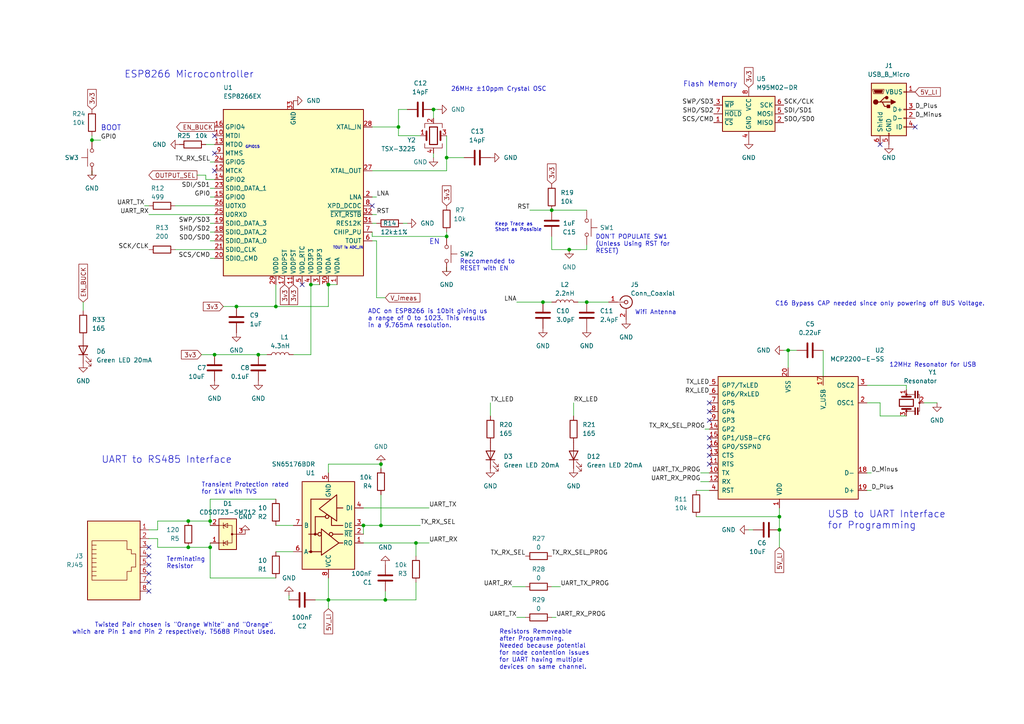
<source format=kicad_sch>
(kicad_sch (version 20230121) (generator eeschema)
  (paper "A4")
  (title_block (title "Local Interface Communication Circuit"))
  (lib_symbols
    (symbol "Connector:Conn_Coaxial" (pin_names (offset 1.016) hide)
      (property "Reference" "J" (at 0.254 3.048 0))
      (property "Value" "Conn_Coaxial" (at 2.921 0 90))
      (symbol "Conn_Coaxial_0_1"
        (arc (start -1.778 -0.508) (mid 0.2311 -1.8066) (end 1.778 0) (stroke (width 0.254)))
        (polyline (pts (xy -2.54 0) (xy -0.508 0)))
        (polyline (pts (xy 0 -2.54) (xy 0 -1.778)))
        (circle (center 0 0) (radius 0.508) (stroke (width 0.2032)))
        (arc (start 1.778 0) (mid 0.2099 1.8101) (end -1.778 0.508) (stroke (width 0.254)))
      )
      (symbol "Conn_Coaxial_1_1"
        (pin passive line (at -5.08 0 0) (length 2.54) (name "In") (number "1"))
        (pin passive line (at 0 -5.08 90) (length 2.54) (name "Ext") (number "2"))
      )
    )
    (symbol "Connector:RJ45" (pin_names (offset 1.016))
      (property "Reference" "J" (at -5.08 13.97 0))
      (property "Value" "RJ45" (at 2.54 13.97 0))
      (symbol "RJ45_0_1"
        (polyline (pts (xy -5.08 4.445) (xy -6.35 4.445)))
        (polyline (pts (xy -5.08 5.715) (xy -6.35 5.715)))
        (polyline (pts (xy -6.35 -3.175) (xy -5.08 -3.175) (xy -5.08 -3.175)))
        (polyline (pts (xy -6.35 -1.905) (xy -5.08 -1.905) (xy -5.08 -1.905)))
        (polyline (pts (xy -6.35 -0.635) (xy -5.08 -0.635) (xy -5.08 -0.635)))
        (polyline (pts (xy -6.35 0.635) (xy -5.08 0.635) (xy -5.08 0.635)))
        (polyline (pts (xy -6.35 1.905) (xy -5.08 1.905) (xy -5.08 1.905)))
        (polyline (pts (xy -5.08 3.175) (xy -6.35 3.175) (xy -6.35 3.175)))
        (polyline (pts (xy -6.35 -4.445) (xy -6.35 6.985) (xy 3.81 6.985) (xy 3.81 4.445) (xy 5.08 4.445) (xy 5.08 3.175) (xy 6.35 3.175) (xy 6.35 -0.635) (xy 5.08 -0.635) (xy 5.08 -1.905) (xy 3.81 -1.905) (xy 3.81 -4.445) (xy -6.35 -4.445) (xy -6.35 -4.445)))
        (rectangle (start 7.62 12.7) (end -7.62 -10.16) (stroke (width 0.254)) (fill (type background)))
      )
      (symbol "RJ45_1_1"
        (pin passive line (at 10.16 -7.62 180) (length 2.54) (name "~") (number "1"))
        (pin passive line (at 10.16 -5.08 180) (length 2.54) (name "~") (number "2"))
        (pin passive line (at 10.16 -2.54 180) (length 2.54) (name "~") (number "3"))
        (pin passive line (at 10.16 0 180) (length 2.54) (name "~") (number "4"))
        (pin passive line (at 10.16 2.54 180) (length 2.54) (name "~") (number "5"))
        (pin passive line (at 10.16 5.08 180) (length 2.54) (name "~") (number "6"))
        (pin passive line (at 10.16 7.62 180) (length 2.54) (name "~") (number "7"))
        (pin passive line (at 10.16 10.16 180) (length 2.54) (name "~") (number "8"))
      )
    )
    (symbol "Connector:USB_B_Micro" (pin_names (offset 1.016))
      (property "Reference" "J" (at -5.08 11.43 0))
      (property "Value" "USB_B_Micro" (at -5.08 8.89 0))
      (symbol "USB_B_Micro_0_1"
        (rectangle (start -5.08 -7.62) (end 5.08 7.62) (stroke (width 0.254)) (fill (type background)))
        (circle (center -3.81 2.159) (radius 0.635) (stroke (width 0.254)) (fill (type outline)))
        (circle (center -0.635 3.429) (radius 0.381) (stroke (width 0.254)) (fill (type outline)))
        (rectangle (start -0.127 -7.62) (end 0.127 -6.858))
        (polyline (pts (xy -1.905 2.159) (xy 0.635 2.159)) (stroke (width 0.254)))
        (polyline (pts (xy -3.175 2.159) (xy -2.54 2.159) (xy -1.27 3.429) (xy -0.635 3.429)) (stroke (width 0.254)))
        (polyline (pts (xy -2.54 2.159) (xy -1.905 2.159) (xy -1.27 0.889) (xy 0 0.889)) (stroke (width 0.254)))
        (polyline (pts (xy 0.635 2.794) (xy 0.635 1.524) (xy 1.905 2.159) (xy 0.635 2.794)) (stroke (width 0.254)) (fill (type outline)))
        (polyline (pts (xy -4.318 5.588) (xy -1.778 5.588) (xy -2.032 4.826) (xy -4.064 4.826) (xy -4.318 5.588)) (fill (type outline)))
        (polyline (pts (xy -4.699 5.842) (xy -4.699 5.588) (xy -4.445 4.826) (xy -4.445 4.572) (xy -1.651 4.572) (xy -1.651 4.826) (xy -1.397 5.588) (xy -1.397 5.842) (xy -4.699 5.842)))
        (rectangle (start 0.254 1.27) (end -0.508 0.508) (stroke (width 0.254)) (fill (type outline)))
        (rectangle (start 5.08 -5.207) (end 4.318 -4.953))
        (rectangle (start 5.08 -2.667) (end 4.318 -2.413))
        (rectangle (start 5.08 -0.127) (end 4.318 0.127))
        (rectangle (start 5.08 4.953) (end 4.318 5.207))
      )
      (symbol "USB_B_Micro_1_1"
        (pin power_out line (at 7.62 5.08 180) (length 2.54) (name "VBUS") (number "1"))
        (pin bidirectional line (at 7.62 -2.54 180) (length 2.54) (name "D-") (number "2"))
        (pin bidirectional line (at 7.62 0 180) (length 2.54) (name "D+") (number "3"))
        (pin passive line (at 7.62 -5.08 180) (length 2.54) (name "ID") (number "4"))
        (pin power_out line (at 0 -10.16 90) (length 2.54) (name "GND") (number "5"))
        (pin passive line (at -2.54 -10.16 90) (length 2.54) (name "Shield") (number "6"))
      )
    )
    (symbol "Device:C" (pin_numbers hide) (pin_names (offset 0.254))
      (property "Reference" "C" (at 0.635 2.54 0))
      (property "Value" "C" (at 0.635 -2.54 0))
      (symbol "C_0_1"
        (polyline (pts (xy -2.032 -0.762) (xy 2.032 -0.762)) (stroke (width 0.508)))
        (polyline (pts (xy -2.032 0.762) (xy 2.032 0.762)) (stroke (width 0.508)))
      )
      (symbol "C_1_1"
        (pin passive line (at 0 3.81 270) (length 2.794) (name "~") (number "1"))
        (pin passive line (at 0 -3.81 90) (length 2.794) (name "~") (number "2"))
      )
    )
    (symbol "Device:Crystal_GND24" (pin_names (offset 1.016) hide)
      (property "Reference" "Y" (at 3.175 5.08 0))
      (property "Value" "Crystal_GND24" (at 3.175 3.175 0))
      (symbol "Crystal_GND24_0_1"
        (rectangle (start -1.143 2.54) (end 1.143 -2.54) (stroke (width 0.3048)))
        (polyline (pts (xy -2.54 0) (xy -2.032 0)))
        (polyline (pts (xy -2.032 -1.27) (xy -2.032 1.27)) (stroke (width 0.508)))
        (polyline (pts (xy 0 -3.81) (xy 0 -3.556)))
        (polyline (pts (xy 0 3.556) (xy 0 3.81)))
        (polyline (pts (xy 2.032 -1.27) (xy 2.032 1.27)) (stroke (width 0.508)))
        (polyline (pts (xy 2.032 0) (xy 2.54 0)))
        (polyline (pts (xy -2.54 -2.286) (xy -2.54 -3.556) (xy 2.54 -3.556) (xy 2.54 -2.286)))
        (polyline (pts (xy -2.54 2.286) (xy -2.54 3.556) (xy 2.54 3.556) (xy 2.54 2.286)))
      )
      (symbol "Crystal_GND24_1_1"
        (pin passive line (at -3.81 0 0) (length 1.27) (name "1") (number "1"))
        (pin passive line (at 0 5.08 270) (length 1.27) (name "2") (number "2"))
        (pin passive line (at 3.81 0 180) (length 1.27) (name "3") (number "3"))
        (pin passive line (at 0 -5.08 90) (length 1.27) (name "4") (number "4"))
      )
    )
    (symbol "Device:L" (pin_numbers hide) (pin_names (offset 1.016) hide)
      (property "Reference" "L" (at -1.27 0 90))
      (property "Value" "L" (at 1.905 0 90))
      (symbol "L_0_1"
        (arc (start 0 -2.54) (mid 0.6323 -1.905) (end 0 -1.27))
        (arc (start 0 -1.27) (mid 0.6323 -0.635) (end 0 0))
        (arc (start 0 0) (mid 0.6323 0.635) (end 0 1.27))
        (arc (start 0 1.27) (mid 0.6323 1.905) (end 0 2.54))
      )
      (symbol "L_1_1"
        (pin passive line (at 0 3.81 270) (length 1.27) (name "1") (number "1"))
        (pin passive line (at 0 -3.81 90) (length 1.27) (name "2") (number "2"))
      )
    )
    (symbol "Device:LED" (pin_numbers hide) (pin_names (offset 1.016) hide)
      (property "Reference" "D" (at 0 2.54 0))
      (property "Value" "LED" (at 0 -2.54 0))
      (symbol "LED_0_1"
        (polyline (pts (xy -1.27 -1.27) (xy -1.27 1.27)) (stroke (width 0.254)))
        (polyline (pts (xy -1.27 0) (xy 1.27 0)))
        (polyline (pts (xy 1.27 -1.27) (xy 1.27 1.27) (xy -1.27 0) (xy 1.27 -1.27)) (stroke (width 0.254)))
        (polyline (pts (xy -3.048 -0.762) (xy -4.572 -2.286) (xy -3.81 -2.286) (xy -4.572 -2.286) (xy -4.572 -1.524)))
        (polyline (pts (xy -1.778 -0.762) (xy -3.302 -2.286) (xy -2.54 -2.286) (xy -3.302 -2.286) (xy -3.302 -1.524)))
      )
      (symbol "LED_1_1"
        (pin passive line (at -3.81 0 0) (length 2.54) (name "K") (number "1"))
        (pin passive line (at 3.81 0 180) (length 2.54) (name "A") (number "2"))
      )
    )
    (symbol "Device:R" (pin_numbers hide) (pin_names (offset 0))
      (property "Reference" "R" (at 2.032 0 90))
      (property "Value" "R" (at 0 0 90))
      (symbol "R_0_1"
        (rectangle (start -1.016 -2.54) (end 1.016 2.54) (stroke (width 0.254)))
      )
      (symbol "R_1_1"
        (pin passive line (at 0 3.81 270) (length 1.27) (name "~") (number "1"))
        (pin passive line (at 0 -3.81 90) (length 1.27) (name "~") (number "2"))
      )
    )
    (symbol "Device:Resonator" (pin_names (offset 1.016) hide)
      (property "Reference" "Y" (at 0 5.715 0))
      (property "Value" "Resonator" (at 0 3.81 0))
      (symbol "Resonator_0_1"
        (rectangle (start -3.429 -3.175) (end -1.397 -3.429) (fill (type outline)))
        (rectangle (start -3.429 -2.413) (end -1.397 -2.667) (fill (type outline)))
        (circle (center -2.413 0) (radius 0.254) (fill (type outline)))
        (rectangle (start -1.016 2.032) (end 1.016 -2.032) (stroke (width 0.3048)))
        (circle (center 0 -3.81) (radius 0.254) (fill (type outline)))
        (polyline (pts (xy -2.413 -2.413) (xy -2.413 0)))
        (polyline (pts (xy -1.905 0) (xy -3.175 0)))
        (polyline (pts (xy -1.778 -1.27) (xy -1.778 1.27)) (stroke (width 0.508)))
        (polyline (pts (xy 1.778 -1.27) (xy 1.778 1.27)) (stroke (width 0.508)))
        (polyline (pts (xy 1.905 0) (xy 2.54 0)))
        (polyline (pts (xy 2.413 0) (xy 2.413 -2.54)))
        (polyline (pts (xy 2.413 -3.302) (xy 2.413 -3.81) (xy -2.413 -3.81) (xy -2.413 -3.302)))
        (rectangle (start 1.397 -3.175) (end 3.429 -3.429) (fill (type outline)))
        (rectangle (start 1.397 -2.413) (end 3.429 -2.667) (fill (type outline)))
        (circle (center 2.413 0) (radius 0.254) (fill (type outline)))
      )
      (symbol "Resonator_1_1"
        (pin passive line (at -3.81 0 0) (length 1.27) (name "1") (number "1"))
        (pin passive line (at 0 -5.08 90) (length 1.27) (name "2") (number "2"))
        (pin passive line (at 3.81 0 180) (length 1.27) (name "3") (number "3"))
      )
    )
    (symbol "Interface_UART:LT1785AxN8"
      (property "Reference" "U1" (at 2.1941 17.78 0))
      (property "Value" "LT1785AxN8" (at 2.1941 15.24 0))
      (symbol "LT1785AxN8_0_1"
        (rectangle (start -7.62 12.7) (end 7.62 -12.7) (stroke (width 0.254)) (fill (type background)))
      )
      (symbol "LT1785AxN8_1_1"
        (circle (center -0.762 2.54) (radius 0.508) (stroke (width 0.254)))
        (polyline (pts (xy -4.191 2.54) (xy -1.27 2.54)) (stroke (width 0.254)))
        (polyline (pts (xy -2.54 -5.08) (xy -4.191 -5.08)) (stroke (width 0.254)))
        (polyline (pts (xy -0.635 -7.62) (xy 5.08 -7.62)) (stroke (width 0.254)))
        (polyline (pts (xy 0.889 -2.54) (xy 3.81 -2.54)) (stroke (width 0.254)))
        (polyline (pts (xy 2.032 7.62) (xy 5.715 7.62)) (stroke (width 0.254)))
        (polyline (pts (xy 3.048 2.54) (xy 5.715 2.54)) (stroke (width 0.254)))
        (polyline (pts (xy 3.81 -2.54) (xy 3.81 2.54)) (stroke (width 0.254)))
        (polyline (pts (xy 5.08 -7.62) (xy 5.08 7.62)) (stroke (width 0.254)))
        (polyline (pts (xy -4.191 0) (xy -0.889 0) (xy -0.889 -2.286)) (stroke (width 0.254)))
        (polyline (pts (xy -3.175 5.08) (xy -4.191 5.08) (xy -4.064 5.08)) (stroke (width 0.254)))
        (polyline (pts (xy -2.413 -5.08) (xy -2.413 -1.27) (xy 2.667 -4.826) (xy -2.413 -8.89) (xy -2.413 -5.08)) (stroke (width 0.254)))
        (polyline (pts (xy 2.032 4.826) (xy 2.032 8.636) (xy -3.048 5.08) (xy 2.032 1.016) (xy 2.032 4.826)) (stroke (width 0.254)))
        (circle (center 0.381 -2.54) (radius 0.508) (stroke (width 0.254)))
        (circle (center 2.54 2.54) (radius 0.508) (stroke (width 0.254)))
        (circle (center 3.81 2.54) (radius 0.2794) (stroke (width 0.254)) (fill (type outline)))
        (circle (center 5.08 7.62) (radius 0.2794) (stroke (width 0.254)) (fill (type outline)))
        (pin output line (at -10.16 5.08 0) (length 2.54) (name "RO") (number "1"))
        (pin input line (at -10.16 2.54 0) (length 2.54) (name "~{RE}") (number "2"))
        (pin input line (at -10.16 0 0) (length 2.54) (name "DE") (number "3"))
        (pin input line (at -10.16 -5.08 0) (length 2.54) (name "DI") (number "4"))
        (pin power_in line (at 0 -15.24 90) (length 2.54) (name "GND") (number "5"))
        (pin bidirectional line (at 10.16 7.62 180) (length 2.54) (name "A") (number "6"))
        (pin bidirectional line (at 10.16 0 180) (length 2.54) (name "B") (number "7"))
        (pin power_in line (at 0 15.24 270) (length 2.54) (name "VCC") (number "8"))
      )
    )
    (symbol "Interface_USB:MCP2200-E-SS" (pin_names (offset 1.016))
      (property "Reference" "U2" (at 20.32 -24.13 0))
      (property "Value" "MCP2200-E-SS" (at 20.32 -21.59 0))
      (symbol "MCP2200-E-SS_0_1"
        (rectangle (start -20.32 17.78) (end 20.32 -17.78) (stroke (width 0.254)) (fill (type background)))
      )
      (symbol "MCP2200-E-SS_1_1"
        (pin power_in line (at -2.54 20.32 270) (length 2.54) (name "VDD") (number "1"))
        (pin output line (at -22.86 10.16 0) (length 2.54) (name "TX") (number "10"))
        (pin output line (at -22.86 7.62 0) (length 2.54) (name "RTS") (number "11"))
        (pin input line (at -22.86 12.7 0) (length 2.54) (name "RX") (number "12"))
        (pin input line (at -22.86 5.08 0) (length 2.54) (name "CTS") (number "13"))
        (pin bidirectional line (at -22.86 -2.54 0) (length 2.54) (name "GP2") (number "14"))
        (pin bidirectional line (at -22.86 0 0) (length 2.54) (name "GP1/USB-CFG") (number "15"))
        (pin bidirectional line (at -22.86 2.54 0) (length 2.54) (name "GP0/SSPND") (number "16"))
        (pin power_in line (at 10.16 -17.78 90) (length 2.54) (name "V_USB") (number "17"))
        (pin bidirectional line (at 22.86 10.16 180) (length 2.54) (name "D-") (number "18"))
        (pin bidirectional line (at 22.86 15.24 180) (length 2.54) (name "D+") (number "19"))
        (pin input line (at 22.86 -10.16 180) (length 2.54) (name "OSC1") (number "2"))
        (pin power_in line (at 0 -20.32 90) (length 2.54) (name "VSS") (number "20"))
        (pin output line (at 22.86 -15.24 180) (length 2.54) (name "OSC2") (number "3"))
        (pin input line (at -22.86 15.24 0) (length 2.54) (name "RST") (number "4"))
        (pin bidirectional line (at -22.86 -15.24 0) (length 2.54) (name "GP7/TxLED") (number "5"))
        (pin bidirectional line (at -22.86 -12.7 0) (length 2.54) (name "GP6/RxLED") (number "6"))
        (pin bidirectional line (at -22.86 -10.16 0) (length 2.54) (name "GP5") (number "7"))
        (pin bidirectional line (at -22.86 -7.62 0) (length 2.54) (name "GP4") (number "8"))
        (pin bidirectional line (at -22.86 -5.08 0) (length 2.54) (name "GP3") (number "9"))
      )
    )
    (symbol "MCU_Espressif:ESP8266EX"
      (property "Reference" "U" (at 0 2.54 0))
      (property "Value" "ESP8266EX" (at 0 -2.54 0))
      (symbol "ESP8266EX_0_1"
        (rectangle (start -20.32 22.86) (end 20.32 -25.4) (stroke (width 0.254)) (fill (type background)))
      )
      (symbol "ESP8266EX_1_1"
        (pin power_in line (at -12.7 25.4 270) (length 2.54) (name "VDDA") (number "1"))
        (pin bidirectional line (at 22.86 -17.78 180) (length 2.54) (name "MTDI") (number "10"))
        (pin power_in line (at 0 25.4 270) (length 2.54) (name "VDDPST") (number "11"))
        (pin bidirectional line (at 22.86 -7.62 180) (length 2.54) (name "MTCK") (number "12"))
        (pin bidirectional line (at 22.86 -15.24 180) (length 2.54) (name "MTDO") (number "13"))
        (pin bidirectional line (at 22.86 -5.08 180) (length 2.54) (name "GPIO2") (number "14"))
        (pin bidirectional line (at 22.86 0 180) (length 2.54) (name "GPIO0") (number "15"))
        (pin bidirectional line (at 22.86 -20.32 180) (length 2.54) (name "GPIO4") (number "16"))
        (pin power_in line (at 2.54 25.4 270) (length 2.54) (name "VDDPST") (number "17"))
        (pin bidirectional line (at 22.86 10.16 180) (length 2.54) (name "SDIO_DATA_2") (number "18"))
        (pin bidirectional line (at 22.86 7.62 180) (length 2.54) (name "SDIO_DATA_3") (number "19"))
        (pin bidirectional line (at -22.86 0 0) (length 2.54) (name "LNA") (number "2"))
        (pin bidirectional line (at 22.86 17.78 180) (length 2.54) (name "SDIO_CMD") (number "20"))
        (pin bidirectional line (at 22.86 15.24 180) (length 2.54) (name "SDIO_CLK") (number "21"))
        (pin bidirectional line (at 22.86 12.7 180) (length 2.54) (name "SDIO_DATA_0") (number "22"))
        (pin bidirectional line (at 22.86 -2.54 180) (length 2.54) (name "SDIO_DATA_1") (number "23"))
        (pin bidirectional line (at 22.86 -10.16 180) (length 2.54) (name "GPIO5") (number "24"))
        (pin bidirectional line (at 22.86 5.08 180) (length 2.54) (name "U0RXD") (number "25"))
        (pin bidirectional line (at 22.86 2.54 180) (length 2.54) (name "U0TXD") (number "26"))
        (pin bidirectional line (at -22.86 -7.62 0) (length 2.54) (name "XTAL_OUT") (number "27"))
        (pin bidirectional line (at -22.86 -20.32 0) (length 2.54) (name "XTAL_IN") (number "28"))
        (pin power_in line (at 5.08 25.4 270) (length 2.54) (name "VDDD") (number "29"))
        (pin power_in line (at -7.62 25.4 270) (length 2.54) (name "VDD3P3") (number "3"))
        (pin power_in line (at -10.16 25.4 270) (length 2.54) (name "VDDA") (number "30"))
        (pin input line (at -22.86 7.62 0) (length 2.54) (name "RES12K") (number "31"))
        (pin input line (at -22.86 5.08 0) (length 2.54) (name "~{EXT_RSTB}") (number "32"))
        (pin power_in line (at 0 -27.94 90) (length 2.54) (name "GND") (number "33"))
        (pin power_in line (at -5.08 25.4 270) (length 2.54) (name "VDD3P3") (number "4"))
        (pin power_in line (at -2.54 25.4 270) (length 2.54) (name "VDD_RTC") (number "5"))
        (pin input line (at -22.86 12.7 0) (length 2.54) (name "TOUT") (number "6"))
        (pin input line (at -22.86 10.16 0) (length 2.54) (name "CHIP_PU") (number "7"))
        (pin bidirectional line (at -22.86 2.54 0) (length 2.54) (name "XPD_DCDC") (number "8"))
        (pin bidirectional line (at 22.86 -12.7 180) (length 2.54) (name "MTMS") (number "9"))
      )
    )
    (symbol "Memory_EEPROM:CAT250xxx-HU4"
      (property "Reference" "U" (at -7.62 6.35 0))
      (property "Value" "CAT250xxx-HU4" (at 2.54 -6.35 0))
      (symbol "CAT250xxx-HU4_1_1"
        (rectangle (start -7.62 5.08) (end 7.62 -5.08) (stroke (width 0.254)) (fill (type background)))
        (pin input line (at -10.16 -2.54 0) (length 2.54) (name "~{CS}") (number "1"))
        (pin tri_state line (at 10.16 -2.54 180) (length 2.54) (name "MISO") (number "2"))
        (pin input line (at -10.16 2.54 0) (length 2.54) (name "~{WP}") (number "3"))
        (pin power_in line (at 0 -7.62 90) (length 2.54) (name "GND") (number "4"))
        (pin input line (at 10.16 0 180) (length 2.54) (name "MOSI") (number "5"))
        (pin input line (at 10.16 2.54 180) (length 2.54) (name "SCK") (number "6"))
        (pin input line (at -10.16 0 0) (length 2.54) (name "~{HOLD}") (number "7"))
        (pin power_in line (at 0 7.62 270) (length 2.54) (name "VCC") (number "8"))
        (pin passive line (at 0 -7.62 90) (length 2.54) hide (name "GND") (number "9"))
      )
    )
    (symbol "Power_Protection:SP0502BAHT" (pin_names hide)
      (property "Reference" "D" (at 5.715 2.54 0))
      (property "Value" "SP0502BAHT" (at 5.715 0.635 0))
      (symbol "SP0502BAHT_0_0"
        (pin passive line (at 0 -5.08 90) (length 2.54) (name "A") (number "3"))
      )
      (symbol "SP0502BAHT_0_1"
        (rectangle (start -4.445 2.54) (end 4.445 -2.54) (stroke (width 0.254)) (fill (type background)))
        (circle (center 0 -1.27) (radius 0.254) (fill (type outline)))
        (polyline (pts (xy -2.54 2.54) (xy -2.54 1.27)))
        (polyline (pts (xy 0 -1.27) (xy 0 -2.54)))
        (polyline (pts (xy 2.54 2.54) (xy 2.54 1.27)))
        (polyline (pts (xy -3.302 1.016) (xy -3.302 1.27) (xy -1.905 1.27) (xy -1.778 1.27)))
        (polyline (pts (xy -2.54 1.27) (xy -2.54 -1.27) (xy 2.54 -1.27) (xy 2.54 1.27)))
        (polyline (pts (xy -2.54 1.27) (xy -1.905 0) (xy -3.175 0) (xy -2.54 1.27)))
        (polyline (pts (xy 1.778 1.016) (xy 1.778 1.27) (xy 3.175 1.27) (xy 3.302 1.27)))
        (polyline (pts (xy 2.54 1.27) (xy 1.905 0) (xy 3.175 0) (xy 2.54 1.27)))
      )
      (symbol "SP0502BAHT_1_1"
        (pin passive line (at -2.54 5.08 270) (length 2.54) (name "K") (number "1"))
        (pin passive line (at 2.54 5.08 270) (length 2.54) (name "K") (number "2"))
      )
    )
    (symbol "Switch:SW_Push" (pin_numbers hide) (pin_names (offset 1.016) hide)
      (property "Reference" "SW" (at 1.27 2.54 0))
      (property "Value" "SW_Push" (at 0 -1.524 0))
      (symbol "SW_Push_0_1"
        (circle (center -2.032 0) (radius 0.508))
        (polyline (pts (xy 0 1.27) (xy 0 3.048)))
        (polyline (pts (xy 2.54 1.27) (xy -2.54 1.27)))
        (circle (center 2.032 0) (radius 0.508))
        (pin passive line (at -5.08 0 0) (length 2.54) (name "1") (number "1"))
        (pin passive line (at 5.08 0 180) (length 2.54) (name "2") (number "2"))
      )
    )
    (symbol "power:GND" (power) (pin_names (offset 0))
      (property "Value" "GND" (at 0 -3.81 0))
      (symbol "GND_0_1"
        (polyline (pts (xy 0 0) (xy 0 -1.27) (xy 1.27 -1.27) (xy 0 -2.54) (xy -1.27 -1.27) (xy 0 -1.27)))
      )
      (symbol "GND_1_1"
        (pin power_in line (at 0 0 270) (length 0) hide (name "GND") (number "1"))
      )
    )
  )
  (junction (at 170.18 87.63))
  (junction (at 54.61 158.75))
  (junction (at 95.25 82.55))
  (junction (at 165.1 72.39))
  (junction (at 111.76 173.99))
  (junction (at 26.67 40.64))
  (junction (at 226.06 149.86))
  (junction (at 60.96 151.13))
  (junction (at 226.06 153.67))
  (junction (at 129.54 68.58))
  (junction (at 110.49 152.4))
  (junction (at 60.96 158.75))
  (junction (at 160.02 60.96))
  (junction (at 120.65 157.48))
  (junction (at 110.49 134.62))
  (junction (at 105.41 152.4))
  (junction (at 95.25 173.99))
  (junction (at 68.58 88.9))
  (junction (at 62.23 102.87))
  (junction (at 157.48 87.63))
  (junction (at 54.61 151.13))
  (junction (at 90.17 82.55))
  (junction (at 129.54 45.72))
  (junction (at 74.93 102.87))
  (junction (at 228.6 101.6))
  (junction (at 80.01 88.9))
  (junction (at 125.73 31.75))
  (junction (at 115.57 36.83))
  (no_connect (at 43.18 161.29))
  (no_connect (at 62.23 49.53))
  (no_connect (at 43.18 166.37))
  (no_connect (at 205.74 134.62))
  (no_connect (at 87.63 82.55))
  (no_connect (at 107.95 59.69))
  (no_connect (at 43.18 168.91))
  (no_connect (at 43.18 158.75))
  (no_connect (at 62.23 44.45))
  (no_connect (at 265.43 36.83))
  (no_connect (at 205.74 116.84))
  (no_connect (at 205.74 119.38))
  (no_connect (at 43.18 171.45))
  (no_connect (at 205.74 121.92))
  (no_connect (at 43.18 163.83))
  (no_connect (at 205.74 129.54))
  (no_connect (at 205.74 132.08))
  (no_connect (at 255.27 41.91))
  (no_connect (at 62.23 39.37))
  (no_connect (at 205.74 127))
  (wire (pts (xy 149.86 87.63) (xy 157.48 87.63)))
  (wire (pts (xy 26.67 40.64) (xy 29.21 40.64)))
  (wire (pts (xy 161.29 179.07) (xy 160.02 179.07)))
  (wire (pts (xy 167.64 87.63) (xy 170.18 87.63)))
  (wire (pts (xy 80.01 167.64) (xy 60.96 167.64)))
  (wire (pts (xy 166.37 116.84) (xy 166.37 120.65)))
  (wire (pts (xy 118.11 64.77) (xy 116.84 64.77)))
  (wire (pts (xy 41.91 59.69) (xy 43.18 59.69)))
  (wire (pts (xy 45.72 158.75) (xy 45.72 156.21)))
  (wire (pts (xy 124.46 147.32) (xy 105.41 147.32)))
  (wire (pts (xy 228.6 101.6) (xy 228.6 106.68)))
  (wire (pts (xy 255.27 120.65) (xy 255.27 116.84)))
  (wire (pts (xy 64.77 88.9) (xy 68.58 88.9)))
  (wire (pts (xy 60.96 67.31) (xy 62.23 67.31)))
  (wire (pts (xy 252.73 137.16) (xy 251.46 137.16)))
  (wire (pts (xy 124.46 157.48) (xy 120.65 157.48)))
  (wire (pts (xy 85.09 160.02) (xy 80.01 160.02)))
  (wire (pts (xy 205.74 142.24) (xy 201.93 142.24)))
  (wire (pts (xy 90.17 82.55) (xy 92.71 82.55)))
  (wire (pts (xy 170.18 71.12) (xy 170.18 72.39)))
  (wire (pts (xy 59.69 50.8) (xy 59.69 52.07)))
  (wire (pts (xy 60.96 64.77) (xy 62.23 64.77)))
  (wire (pts (xy 120.65 161.29) (xy 120.65 157.48)))
  (wire (pts (xy 109.22 64.77) (xy 107.95 64.77)))
  (wire (pts (xy 107.95 69.85) (xy 109.22 69.85)))
  (wire (pts (xy 149.86 179.07) (xy 152.4 179.07)))
  (wire (pts (xy 110.49 135.89) (xy 110.49 134.62)))
  (wire (pts (xy 129.54 45.72) (xy 134.62 45.72)))
  (wire (pts (xy 59.69 41.91) (xy 62.23 41.91)))
  (wire (pts (xy 85.09 152.4) (xy 80.01 152.4)))
  (wire (pts (xy 26.67 50.8) (xy 26.67 49.53)))
  (wire (pts (xy 127 31.75) (xy 125.73 31.75)))
  (wire (pts (xy 90.17 82.55) (xy 90.17 102.87)))
  (wire (pts (xy 142.24 116.84) (xy 142.24 120.65)))
  (wire (pts (xy 228.6 101.6) (xy 227.33 101.6)))
  (wire (pts (xy 97.79 82.55) (xy 95.25 82.55)))
  (wire (pts (xy 68.58 88.9) (xy 80.01 88.9)))
  (wire (pts (xy 74.93 102.87) (xy 62.23 102.87)))
  (wire (pts (xy 252.73 142.24) (xy 251.46 142.24)))
  (wire (pts (xy 105.41 154.94) (xy 105.41 152.4)))
  (wire (pts (xy 60.96 144.78) (xy 60.96 151.13)))
  (wire (pts (xy 262.89 111.76) (xy 251.46 111.76)))
  (wire (pts (xy 162.56 170.18) (xy 160.02 170.18)))
  (wire (pts (xy 125.73 44.45) (xy 125.73 45.72)))
  (wire (pts (xy 125.73 31.75) (xy 125.73 34.29)))
  (wire (pts (xy 95.25 173.99) (xy 91.44 173.99)))
  (wire (pts (xy 54.61 158.75) (xy 45.72 158.75)))
  (wire (pts (xy 83.82 173.99) (xy 83.82 172.72)))
  (wire (pts (xy 226.06 149.86) (xy 226.06 153.67)))
  (wire (pts (xy 160.02 72.39) (xy 160.02 68.58)))
  (wire (pts (xy 109.22 86.36) (xy 111.76 86.36)))
  (wire (pts (xy 121.92 152.4) (xy 110.49 152.4)))
  (wire (pts (xy 109.22 62.23) (xy 107.95 62.23)))
  (wire (pts (xy 204.47 124.46) (xy 205.74 124.46)))
  (wire (pts (xy 57.15 50.8) (xy 59.69 50.8)))
  (wire (pts (xy 111.76 173.99) (xy 111.76 171.45)))
  (wire (pts (xy 129.54 49.53) (xy 107.95 49.53)))
  (wire (pts (xy 110.49 152.4) (xy 110.49 143.51)))
  (wire (pts (xy 45.72 153.67) (xy 45.72 151.13)))
  (wire (pts (xy 120.65 173.99) (xy 111.76 173.99)))
  (wire (pts (xy 226.06 158.75) (xy 226.06 153.67)))
  (wire (pts (xy 59.69 52.07) (xy 62.23 52.07)))
  (wire (pts (xy 26.67 39.37) (xy 26.67 40.64)))
  (wire (pts (xy 60.96 57.15) (xy 62.23 57.15)))
  (wire (pts (xy 148.59 170.18) (xy 152.4 170.18)))
  (wire (pts (xy 170.18 60.96) (xy 160.02 60.96)))
  (wire (pts (xy 170.18 87.63) (xy 176.53 87.63)))
  (wire (pts (xy 95.25 173.99) (xy 95.25 167.64)))
  (wire (pts (xy 109.22 57.15) (xy 107.95 57.15)))
  (wire (pts (xy 60.96 46.99) (xy 62.23 46.99)))
  (wire (pts (xy 58.42 102.87) (xy 62.23 102.87)))
  (wire (pts (xy 203.2 137.16) (xy 205.74 137.16)))
  (wire (pts (xy 95.25 134.62) (xy 110.49 134.62)))
  (wire (pts (xy 107.95 36.83) (xy 115.57 36.83)))
  (wire (pts (xy 255.27 116.84) (xy 251.46 116.84)))
  (wire (pts (xy 129.54 68.58) (xy 129.54 67.31)))
  (wire (pts (xy 77.47 102.87) (xy 74.93 102.87)))
  (wire (pts (xy 24.13 87.63) (xy 24.13 90.17)))
  (wire (pts (xy 129.54 45.72) (xy 129.54 49.53)))
  (wire (pts (xy 80.01 88.9) (xy 80.01 82.55)))
  (wire (pts (xy 115.57 39.37) (xy 121.92 39.37)))
  (wire (pts (xy 107.95 68.58) (xy 107.95 67.31)))
  (wire (pts (xy 160.02 87.63) (xy 157.48 87.63)))
  (wire (pts (xy 153.67 60.96) (xy 160.02 60.96)))
  (wire (pts (xy 262.89 120.65) (xy 255.27 120.65)))
  (wire (pts (xy 115.57 31.75) (xy 115.57 36.83)))
  (wire (pts (xy 107.95 68.58) (xy 129.54 68.58)))
  (wire (pts (xy 120.65 157.48) (xy 105.41 157.48)))
  (wire (pts (xy 238.76 101.6) (xy 238.76 109.22)))
  (wire (pts (xy 60.96 158.75) (xy 54.61 158.75)))
  (wire (pts (xy 54.61 151.13) (xy 45.72 151.13)))
  (wire (pts (xy 109.22 69.85) (xy 109.22 86.36)))
  (wire (pts (xy 105.41 152.4) (xy 110.49 152.4)))
  (wire (pts (xy 120.65 173.99) (xy 120.65 168.91)))
  (wire (pts (xy 226.06 147.32) (xy 226.06 149.86)))
  (wire (pts (xy 80.01 144.78) (xy 60.96 144.78)))
  (wire (pts (xy 80.01 88.9) (xy 95.25 88.9)))
  (wire (pts (xy 95.25 82.55) (xy 95.25 88.9)))
  (wire (pts (xy 115.57 36.83) (xy 115.57 39.37)))
  (wire (pts (xy 60.96 167.64) (xy 60.96 158.75)))
  (wire (pts (xy 129.54 78.74) (xy 129.54 77.47)))
  (wire (pts (xy 226.06 149.86) (xy 201.93 149.86)))
  (wire (pts (xy 111.76 173.99) (xy 95.25 173.99)))
  (wire (pts (xy 95.25 137.16) (xy 95.25 134.62)))
  (wire (pts (xy 60.96 151.13) (xy 54.61 151.13)))
  (wire (pts (xy 165.1 72.39) (xy 170.18 72.39)))
  (wire (pts (xy 45.72 153.67) (xy 43.18 153.67)))
  (wire (pts (xy 129.54 39.37) (xy 129.54 45.72)))
  (wire (pts (xy 95.25 176.53) (xy 95.25 173.99)))
  (wire (pts (xy 43.18 62.23) (xy 62.23 62.23)))
  (wire (pts (xy 60.96 74.93) (xy 62.23 74.93)))
  (wire (pts (xy 60.96 151.13) (xy 60.96 152.4)))
  (wire (pts (xy 50.8 72.39) (xy 62.23 72.39)))
  (wire (pts (xy 45.72 156.21) (xy 43.18 156.21)))
  (wire (pts (xy 90.17 102.87) (xy 85.09 102.87)))
  (wire (pts (xy 271.78 116.84) (xy 267.97 116.84)))
  (wire (pts (xy 231.14 101.6) (xy 228.6 101.6)))
  (wire (pts (xy 165.1 72.39) (xy 160.02 72.39)))
  (wire (pts (xy 118.11 31.75) (xy 115.57 31.75)))
  (wire (pts (xy 60.96 69.85) (xy 62.23 69.85)))
  (wire (pts (xy 60.96 54.61) (xy 62.23 54.61)))
  (wire (pts (xy 218.44 153.67) (xy 217.17 153.67)))
  (wire (pts (xy 60.96 158.75) (xy 60.96 157.48)))
  (wire (pts (xy 50.8 59.69) (xy 62.23 59.69)))
  (wire (pts (xy 203.2 139.7) (xy 205.74 139.7)))
  (wire (pts (xy 262.89 113.03) (xy 262.89 111.76)))
  (text "Transient Protection rated\nfor 1kV with TVS" (at 58.42 143.51 0) (effects (font (size 1.27 1.27)) (justify left bottom)))
  (text "TOUT is ADC_IN" (at 96.52 72.39 0) (effects (font (size 0.75 0.75)) (justify left bottom)))
  (text "26MHz ±10ppm Crystal OSC" (at 130.81 26.67 0) (effects (font (size 1.27 1.27)) (justify left bottom)))
  (text "USB to UART Interface\nfor Programming" (at 240.03 153.67 0) (effects (font (size 2 2)) (justify left bottom)))
  (text "EN" (at 124.46 71.12 0) (effects (font (size 1.5 1.5)) (justify left bottom)))
  (text "GPIO15" (at 71.12 43.18 0) (effects (font (size 0.75 0.75)) (justify left bottom)))
  (text "Keep Trace as \nShort as Possible" (at 143.51 67.31 0) (effects (font (size 1 1)) (justify left bottom)))
  (text "ADC on ESP8266 is 10bit giving us \na range of 0 to 1023. This results\nin a 9.765mA resolution. " (at 106.68 95.25 0) (effects (font (size 1.27 1.27)) (justify left bottom)))
  (text "UART to RS485 Interface" (at 67.31 134.62 0) (effects (font (size 2 2)) (justify right bottom)))
  (text "Reccomended to \nRESET with EN" (at 133.35 78.74 0) (effects (font (size 1.27 1.27)) (justify left bottom)))
  (text "C16 Bypass CAP needed since only powering off BUS Voltage." (at 224.79 88.9 0) (effects (font (size 1.27 1.27)) (justify left bottom)))
  (text "12MHz Resonator for USB" (at 283.21 106.68 0) (effects (font (size 1.27 1.27)) (justify right bottom)))
  (text "DON'T POPULATE SW1\n(Unless Using RST for\nRESET)" (at 172.72 73.66 0) (effects (font (size 1.27 1.27)) (justify left bottom)))
  (text "Terminating \nResistor" (at 48.26 165.1 0) (effects (font (size 1.27 1.27)) (justify left bottom)))
  (text "Twisted Pair chosen is \"Orange White\" and \"Orange\" \nwhich are Pin 1 and Pin 2 respectively. T568B Pinout Used." (at 80.01 184.15 0) (effects (font (size 1.27 1.27)) (justify right bottom)))
  (text "Resistors Removeable \nafter Programming.\nNeeded because potential\nfor node contention issues\nfor UART having multiple\ndevices on same channel. " (at 144.78 194.31 0) (effects (font (size 1.27 1.27)) (justify left bottom)))
  (text "ESP8266 Microcontroller" (at 73.66 22.86 0) (effects (font (size 2 2)) (justify right bottom)))
  (text "Flash Memory" (at 198.12 25.4 0) (effects (font (size 1.5 1.5)) (justify left bottom)))
  (text "Wifi Antenna" (at 184.15 91.44 0) (effects (font (size 1.27 1.27)) (justify left bottom)))
  (text "BOOT" (at 29.21 38.1 0) (effects (font (size 1.5 1.5)) (justify left bottom)))
  (label "UART_TX" (at 124.46 147.32 0))
  (label "SDI{slash}SD1" (at 227.33 33.02 0))
  (label "SHD{slash}SD2" (at 207.01 33.02 180))
  (label "GPI0" (at 60.96 57.15 180))
  (label "SDO{slash}SD0" (at 227.33 35.56 0))
  (label "SCS{slash}CMD" (at 60.96 74.93 180))
  (label "RX_LED" (at 166.37 116.84 0))
  (label "UART_RX_PROG" (at 203.2 139.7 180))
  (label "SCK{slash}CLK" (at 227.33 30.48 0))
  (label "TX_RX_SEL" (at 152.4 161.29 180))
  (label "TX_RX_SEL" (at 121.92 152.4 0))
  (label "RX_LED" (at 205.74 114.3 180))
  (label "SHD{slash}SD2" (at 60.96 67.31 180))
  (label "TX_LED" (at 142.24 116.84 0))
  (label "LNA" (at 149.86 87.63 180))
  (label "UART_RX_PROG" (at 161.29 179.07 0))
  (label "SDO{slash}SD0" (at 60.96 69.85 180))
  (label "TX_RX_SEL_PROG" (at 160.02 161.29 0))
  (label "D_Minus" (at 252.73 137.16 0))
  (label "UART_RX" (at 148.59 170.18 180))
  (label "UART_RX" (at 43.18 62.23 180))
  (label "RST" (at 153.67 60.96 180))
  (label "SCS{slash}CMD" (at 207.01 35.56 180))
  (label "UART_TX_PROG" (at 203.2 137.16 180))
  (label "TX_LED" (at 205.74 111.76 180))
  (label "D_Plus" (at 265.43 31.75 0))
  (label "SWP{slash}SD3" (at 60.96 64.77 180))
  (label "TX_RX_SEL_PROG" (at 204.47 124.46 180))
  (label "TX_RX_SEL" (at 60.96 46.99 180))
  (label "GPI0" (at 29.21 40.64 0))
  (label "UART_TX_PROG" (at 162.56 170.18 0))
  (label "SDI{slash}SD1" (at 60.96 54.61 180))
  (label "RST" (at 109.22 62.23 0))
  (label "D_Minus" (at 265.43 34.29 0))
  (label "UART_TX" (at 41.91 59.69 180))
  (label "LNA" (at 109.22 57.15 0))
  (label "UART_RX" (at 124.46 157.48 0))
  (label "SWP{slash}SD3" (at 207.01 30.48 180))
  (label "SCK{slash}CLK" (at 43.18 72.39 180))
  (label "UART_TX" (at 149.86 179.07 180))
  (label "D_Plus" (at 252.73 142.24 0))
  (global_label "3v3" (shape input) (at 85.09 82.55 270) (property "Intersheetrefs" "${INTERSHEET_REFS}" (effects hide)))
  (global_label "3v3" (shape input) (at 64.77 88.9 180) (property "Intersheetrefs" "${INTERSHEET_REFS}" (effects hide)))
  (global_label "5V_LI" (shape input) (at 226.06 158.75 270) (property "Intersheetrefs" "${INTERSHEET_REFS}" (effects hide)))
  (global_label "3v3" (shape input) (at 26.67 31.75 90) (property "Intersheetrefs" "${INTERSHEET_REFS}" (effects hide)))
  (global_label "3v3" (shape input) (at 160.02 53.34 90) (property "Intersheetrefs" "${INTERSHEET_REFS}" (effects hide)))
  (global_label "3v3" (shape input) (at 82.55 82.55 270) (property "Intersheetrefs" "${INTERSHEET_REFS}" (effects hide)))
  (global_label "3v3" (shape input) (at 129.54 59.69 90) (property "Intersheetrefs" "${INTERSHEET_REFS}" (effects hide)))
  (global_label "EN_BUCK" (shape input) (at 24.13 87.63 90) (property "Intersheetrefs" "${INTERSHEET_REFS}" (effects hide)))
  (global_label "5V_LI" (shape input) (at 95.25 176.53 270) (property "Intersheetrefs" "${INTERSHEET_REFS}" (effects hide)))
  (global_label "EN_BUCK" (shape output) (at 62.23 36.83 180) (property "Intersheetrefs" "${INTERSHEET_REFS}" (effects hide)))
  (global_label "V_imeas" (shape input) (at 111.76 86.36 0) (property "Intersheetrefs" "${INTERSHEET_REFS}" (effects hide)))
  (global_label "OUTPUT_SEL" (shape output) (at 57.15 50.8 180) (property "Intersheetrefs" "${INTERSHEET_REFS}" (effects hide)))
  (global_label "3v3" (shape input) (at 58.42 102.87 180) (property "Intersheetrefs" "${INTERSHEET_REFS}" (effects hide)))
  (global_label "5V_LI" (shape input) (at 265.43 26.67 0) (property "Intersheetrefs" "${INTERSHEET_REFS}" (effects hide)))
  (global_label "3v3" (shape input) (at 217.17 25.4 90) (property "Intersheetrefs" "${INTERSHEET_REFS}" (effects hide)))
  (symbol (lib_id "Device:R") (at 156.21 179.07 90) (unit 1)
    (property "Reference" "R29" (at 156.21 173.99 90))
    (property "Value" "0" (at 156.21 176.53 90))
  )
  (symbol (lib_id "Device:R") (at 54.61 154.94 180) (unit 1)
    (property "Reference" "R5" (at 52.07 156.21 0) (effects (justify left)))
    (property "Value" "120" (at 52.07 153.67 0) (effects (justify left)))
    (instances (project "james_ewing_ee_design_take_home_koenigsegg" (path "" (reference "R5") (unit 1)) (path "" (reference "R6") (unit 1))))
  )
  (symbol (lib_id "Device:R") (at 156.21 170.18 90) (unit 1)
    (property "Reference" "R28" (at 156.21 165.1 90))
    (property "Value" "0" (at 156.21 167.64 90))
  )
  (symbol (lib_id "Device:L") (at 81.28 102.87 270) (mirror x) (unit 1)
    (property "Reference" "L1" (at 82.55 97.79 90))
    (property "Value" "4.3nH" (at 81.28 100.33 90))
  )
  (symbol (lib_id "Device:L") (at 163.83 87.63 90) (unit 1)
    (property "Reference" "L2" (at 163.83 82.55 90))
    (property "Value" "2.2nH" (at 163.83 85.09 90))
  )
  (symbol (lib_id "power:GND") (at 111.76 163.83 180) (unit 1)
    (property "Reference" "#PWR03" (effects hide))
    (property "Value" "GND" (at 111.76 158.75 0))
    (instances (project "james_ewing_ee_design_take_home_koenigsegg" (path "" (reference "#PWR03") (unit 1)) (path "" (reference "#PWR09") (unit 1))))
  )
  (symbol (lib_id "power:GND") (at 24.13 105.41 0) (unit 1)
    (property "Reference" "#PWR044" (effects hide))
    (property "Value" "GND" (at 24.13 110.49 0))
  )
  (symbol (lib_id "Switch:SW_Push") (at 170.18 66.04 270) (unit 1)
    (property "Reference" "SW1" (at 173.99 66.04 90) (effects (justify left)))
    (property "Value" "RST" (effects hide))
  )
  (symbol (lib_id "power:GND") (at 125.73 45.72 0) (unit 1)
    (property "Reference" "#PWR025" (effects hide))
    (property "Value" "GND" (at 121.92 46.99 0))
  )
  (symbol (lib_id "power:GND") (at 142.24 135.89 0) (unit 1)
    (property "Reference" "#PWR029" (effects hide))
    (property "Value" "GND" (at 142.24 140.97 0))
    (instances (project "james_ewing_ee_design_take_home_koenigsegg" (path "" (reference "#PWR029") (unit 1)) (path "" (reference "#PWR045") (unit 1))))
  )
  (symbol (lib_id "MCU_Espressif:ESP8266EX") (at 85.09 57.15 180) (unit 1)
    (property "Reference" "U1" (at 64.77 25.4 0) (effects (justify right)))
    (property "Value" "ESP8266EX" (at 64.77 27.94 0) (effects (justify right)))
    (property "Footprint" "Package_DFN_QFN:QFN-32-1EP_5x5mm_P0.5mm_EP3.45x3.45mm" (effects hide))
    (property "Datasheet" "http://espressif.com/sites/default/files/documentation/0a-esp8266ex_datasheet_en.pdf" (effects hide))
  )
  (symbol (lib_id "Connector:Conn_Coaxial") (at 181.61 87.63 0) (unit 1)
    (property "Reference" "J5" (at 182.88 82.55 0) (effects (justify left)))
    (property "Value" "Conn_Coaxial" (at 182.88 85.09 0) (effects (justify left)))
    (property "Datasheet" " ~" (effects hide))
  )
  (symbol (lib_id "power:GND") (at 118.11 64.77 90) (unit 1)
    (property "Reference" "#PWR021" (effects hide))
    (property "Value" "GND" (at 121.92 64.77 90) (effects (justify right)))
  )
  (symbol (lib_id "power:GND") (at 217.17 40.64 0) (unit 1)
    (property "Reference" "#PWR022" (effects hide))
    (property "Value" "GND" (at 217.17 45.72 0))
  )
  (symbol (lib_id "Device:LED") (at 142.24 132.08 90) (unit 1)
    (property "Reference" "D3" (at 146.05 132.3975 90) (effects (justify right)))
    (property "Value" "Green LED 20mA" (at 146.05 134.9375 90) (effects (justify right)))
    (instances (project "james_ewing_ee_design_take_home_koenigsegg" (path "" (reference "D3") (unit 1)) (path "" (reference "D7") (unit 1))))
  )
  (symbol (lib_id "Device:R") (at 129.54 63.5 180) (unit 1)
    (property "Reference" "R7" (at 133.35 60.96 0))
    (property "Value" "10k" (at 133.35 63.5 0))
  )
  (symbol (lib_id "Device:R") (at 160.02 57.15 0) (unit 1)
    (property "Reference" "R19" (at 162.56 55.88 0) (effects (justify left)))
    (property "Value" "10k" (at 162.56 58.42 0) (effects (justify left)))
  )
  (symbol (lib_id "Device:R") (at 80.01 148.59 0) (unit 1)
    (property "Reference" "R2" (at 77.47 149.86 0) (effects (justify right)))
    (property "Value" "10" (at 77.47 147.32 0) (effects (justify right)))
    (instances (project "james_ewing_ee_design_take_home_koenigsegg" (path "" (reference "R2") (unit 1)) (path "" (reference "R4") (unit 1))))
  )
  (symbol (lib_id "power:GND") (at 271.78 116.84 0) (mirror y) (unit 1)
    (property "Reference" "#PWR08" (effects hide))
    (property "Value" "GND" (at 271.78 121.92 0))
    (instances (project "james_ewing_ee_design_take_home_koenigsegg" (path "" (reference "#PWR08") (unit 1)) (path "" (reference "#PWR02") (unit 1)) (path "" (reference "#PWR037") (unit 1))))
  )
  (symbol (lib_id "power:GND") (at 181.61 92.71 0) (unit 1)
    (property "Reference" "#PWR020" (effects hide))
    (property "Value" "GND" (at 181.61 97.79 0))
  )
  (symbol (lib_id "Device:Crystal_GND24") (at 125.73 39.37 0) (unit 1)
    (property "Reference" "Y2" (at 119.38 40.64 0))
    (property "Value" "TSX-3225" (at 115.57 43.18 0))
  )
  (symbol (lib_id "power:GND") (at 26.67 49.53 0) (mirror y) (unit 1)
    (property "Reference" "#PWR034" (effects hide))
    (property "Value" "GND" (at 26.67 54.61 0))
  )
  (symbol (lib_id "Device:R") (at 166.37 124.46 0) (unit 1)
    (property "Reference" "R21" (at 168.91 123.19 0) (effects (justify left)))
    (property "Value" "165" (at 168.91 125.73 0) (effects (justify left)))
    (instances (project "james_ewing_ee_design_take_home_koenigsegg" (path "" (reference "R21") (unit 1)) (path "" (reference "R35") (unit 1))))
  )
  (symbol (lib_id "Device:R") (at 46.99 59.69 270) (unit 1)
    (property "Reference" "R12" (at 45.72 54.61 90))
    (property "Value" "499" (at 45.72 57.15 90))
  )
  (symbol (lib_id "Connector:USB_B_Micro") (at 257.81 31.75 0) (unit 1)
    (property "Reference" "J1" (at 257.81 19.05 0))
    (property "Value" "USB_B_Micro" (at 257.81 21.59 0))
    (instances (project "james_ewing_ee_design_take_home_koenigsegg" (path "" (reference "J1") (unit 1)) (path "" (reference "J2") (unit 1))))
  )
  (symbol (lib_id "power:GND") (at 165.1 72.39 0) (unit 1)
    (property "Reference" "#PWR032" (effects hide))
    (property "Value" "GND" (at 165.1 77.47 0))
  )
  (symbol (lib_id "Device:C") (at 138.43 45.72 90) (unit 1)
    (property "Reference" "C13" (at 138.43 38.1 90))
    (property "Value" "14pF" (at 138.43 40.64 90))
  )
  (symbol (lib_id "power:GND") (at 170.18 95.25 0) (unit 1)
    (property "Reference" "#PWR019" (effects hide))
    (property "Value" "GND" (at 170.18 100.33 0))
  )
  (symbol (lib_id "Device:R") (at 55.88 41.91 270) (unit 1)
    (property "Reference" "R25" (at 53.34 39.37 90))
    (property "Value" "10k" (at 58.42 39.37 90))
  )
  (symbol (lib_id "power:GND") (at 83.82 172.72 180) (unit 1)
    (property "Reference" "#PWR04" (effects hide))
    (property "Value" "GND" (at 83.82 167.64 0))
    (instances (project "james_ewing_ee_design_take_home_koenigsegg" (path "" (reference "#PWR04") (unit 1)) (path "" (reference "#PWR011") (unit 1))))
  )
  (symbol (lib_id "Device:C") (at 62.23 106.68 0) (mirror x) (unit 1)
    (property "Reference" "C7" (at 57.15 106.68 0) (effects (justify left)))
    (property "Value" "10uF" (at 54.61 109.22 0) (effects (justify left)))
  )
  (symbol (lib_id "Device:R") (at 110.49 139.7 180) (unit 1)
    (property "Reference" "R4" (at 107.95 140.97 0) (effects (justify left)))
    (property "Value" "10k" (at 107.95 138.43 0) (effects (justify left)))
    (instances (project "james_ewing_ee_design_take_home_koenigsegg" (path "" (reference "R4") (unit 1)) (path "" (reference "R10") (unit 1))))
  )
  (symbol (lib_id "Device:C") (at 111.76 167.64 180) (unit 1)
    (property "Reference" "C1" (at 107.95 168.91 0) (effects (justify left)))
    (property "Value" "100nF" (at 107.95 166.37 0) (effects (justify left)))
    (instances (project "james_ewing_ee_design_take_home_koenigsegg" (path "" (reference "C1") (unit 1)) (path "" (reference "C3") (unit 1))))
  )
  (symbol (lib_id "Device:C") (at 222.25 153.67 270) (mirror x) (unit 1)
    (property "Reference" "C6" (at 220.98 157.48 90))
    (property "Value" "10uF" (at 219.71 160.02 90))
    (instances (project "james_ewing_ee_design_take_home_koenigsegg" (path "" (reference "C6") (unit 1)) (path "" (reference "C2") (unit 1)) (path "" (reference "C17") (unit 1))))
  )
  (symbol (lib_id "Device:R") (at 26.67 35.56 0) (mirror x) (unit 1)
    (property "Reference" "R24" (at 22.86 33.02 0))
    (property "Value" "10k" (at 22.86 35.56 0))
  )
  (symbol (lib_id "Device:R") (at 46.99 72.39 270) (unit 1)
    (property "Reference" "R13" (at 46.99 66.04 90))
    (property "Value" "200" (at 46.99 68.58 90))
  )
  (symbol (lib_id "Device:R") (at 156.21 161.29 270) (unit 1)
    (property "Reference" "R27" (at 156.21 156.21 90))
    (property "Value" "0" (at 156.21 158.75 90))
  )
  (symbol (lib_id "Power_Protection:SP0502BAHT") (at 66.04 154.94 90) (unit 1)
    (property "Reference" "D1" (at 66.04 146.05 90))
    (property "Value" "CDSOT23-SM712" (at 66.04 148.59 90))
    (property "Footprint" "Package_TO_SOT_SMD:SOT-23" (effects hide))
    (property "Datasheet" "http://www.littelfuse.com/~/media/files/littelfuse/technical%20resources/documents/data%20sheets/sp05xxba.pdf" (effects hide))
    (instances (project "james_ewing_ee_design_take_home_koenigsegg" (path "" (reference "D1") (unit 1)) (path "" (reference "D2") (unit 1))))
  )
  (symbol (lib_id "power:GND") (at 129.54 77.47 0) (unit 1)
    (property "Reference" "#PWR033" (effects hide))
    (property "Value" "GND" (at 129.54 82.55 0))
  )
  (symbol (lib_id "power:GND") (at 68.58 96.52 0) (unit 1)
    (property "Reference" "#PWR015" (effects hide))
    (property "Value" "GND" (at 68.58 101.6 0))
  )
  (symbol (lib_id "Device:R") (at 24.13 93.98 0) (unit 1)
    (property "Reference" "R33" (at 26.67 92.71 0) (effects (justify left)))
    (property "Value" "165" (at 26.67 95.25 0) (effects (justify left)))
  )
  (symbol (lib_id "power:GND") (at 52.07 41.91 270) (unit 1)
    (property "Reference" "#PWR035" (effects hide))
    (property "Value" "GND" (at 48.26 41.91 90) (effects (justify right)))
  )
  (symbol (lib_id "power:GND") (at 74.93 110.49 0) (mirror y) (unit 1)
    (property "Reference" "#PWR016" (effects hide))
    (property "Value" "GND" (at 74.93 115.57 0))
  )
  (symbol (lib_id "power:GND") (at 227.33 101.6 270) (mirror x) (unit 1)
    (property "Reference" "#PWR05" (effects hide))
    (property "Value" "GND" (at 223.52 101.6 90) (effects (justify right)))
    (instances (project "james_ewing_ee_design_take_home_koenigsegg" (path "" (reference "#PWR05") (unit 1)) (path "" (reference "#PWR03") (unit 1)) (path "" (reference "#PWR038") (unit 1))))
  )
  (symbol (lib_id "Device:LED") (at 166.37 132.08 90) (unit 1)
    (property "Reference" "D12" (at 170.18 132.3975 90) (effects (justify right)))
    (property "Value" "Green LED 20mA" (at 170.18 134.9375 90) (effects (justify right)))
    (instances (project "james_ewing_ee_design_take_home_koenigsegg" (path "" (reference "D12") (unit 1)) (path "" (reference "D8") (unit 1))))
  )
  (symbol (lib_id "power:GND") (at 71.12 154.94 180) (unit 1)
    (property "Reference" "#PWR01" (effects hide))
    (property "Value" "GND" (at 71.12 149.86 0))
    (instances (project "james_ewing_ee_design_take_home_koenigsegg" (path "" (reference "#PWR01") (unit 1)) (path "" (reference "#PWR012") (unit 1))))
  )
  (symbol (lib_id "Device:C") (at 68.58 92.71 0) (unit 1)
    (property "Reference" "C9" (at 72.39 91.44 0) (effects (justify left)))
    (property "Value" "1uF" (at 72.39 93.98 0) (effects (justify left)))
  )
  (symbol (lib_id "Device:R") (at 142.24 124.46 0) (unit 1)
    (property "Reference" "R20" (at 144.78 123.19 0) (effects (justify left)))
    (property "Value" "165" (at 144.78 125.73 0) (effects (justify left)))
    (instances (project "james_ewing_ee_design_take_home_koenigsegg" (path "" (reference "R20") (unit 1)) (path "" (reference "R34") (unit 1))))
  )
  (symbol (lib_id "power:GND") (at 157.48 95.25 0) (unit 1)
    (property "Reference" "#PWR018" (effects hide))
    (property "Value" "GND" (at 157.48 100.33 0))
  )
  (symbol (lib_id "Memory_EEPROM:CAT250xxx-HU4") (at 217.17 33.02 0) (unit 1)
    (property "Reference" "U5" (at 219.3641 22.86 0) (effects (justify left)))
    (property "Value" "M95M02-DR" (at 219.3641 25.4 0) (effects (justify left)))
    (property "Footprint" "Package_DFN_QFN:DFN-8-1EP_3x2mm_P0.5mm_EP1.75x1.45mm" (effects hide))
    (property "Datasheet" "http://www.onsemi.com/PowerSolutions/product.do?id=CAT25040" (effects hide))
  )
  (symbol (lib_id "Device:C") (at 170.18 91.44 0) (unit 1)
    (property "Reference" "C11" (at 173.99 90.17 0) (effects (justify left)))
    (property "Value" "2.4pF" (at 173.99 92.71 0) (effects (justify left)))
  )
  (symbol (lib_id "Device:R") (at 120.65 165.1 180) (unit 1)
    (property "Reference" "R3" (at 118.11 166.37 0) (effects (justify left)))
    (property "Value" "10k" (at 118.11 163.83 0) (effects (justify left)))
    (instances (project "james_ewing_ee_design_take_home_koenigsegg" (path "" (reference "R3") (unit 1)) (path "" (reference "R9") (unit 1))))
  )
  (symbol (lib_id "Device:R") (at 201.93 146.05 0) (mirror y) (unit 1)
    (property "Reference" "R11" (at 199.39 144.78 0) (effects (justify left)))
    (property "Value" "10k" (at 199.39 147.32 0) (effects (justify left)))
    (instances (project "james_ewing_ee_design_take_home_koenigsegg" (path "" (reference "R11") (unit 1)) (path "" (reference "R2") (unit 1)) (path "" (reference "R26") (unit 1))))
  )
  (symbol (lib_id "power:GND") (at 62.23 110.49 0) (mirror y) (unit 1)
    (property "Reference" "#PWR017" (effects hide))
    (property "Value" "GND" (at 62.23 115.57 0))
  )
  (symbol (lib_id "power:GND") (at 142.24 45.72 90) (unit 1)
    (property "Reference" "#PWR024" (effects hide))
    (property "Value" "GND" (at 146.05 45.72 90) (effects (justify right)))
  )
  (symbol (lib_id "power:GND") (at 110.49 134.62 180) (unit 1)
    (property "Reference" "#PWR02" (effects hide))
    (property "Value" "GND" (at 110.49 129.54 0))
    (instances (project "james_ewing_ee_design_take_home_koenigsegg" (path "" (reference "#PWR02") (unit 1)) (path "" (reference "#PWR010") (unit 1))))
  )
  (symbol (lib_id "power:GND") (at 217.17 153.67 270) (mirror x) (unit 1)
    (property "Reference" "#PWR07" (effects hide))
    (property "Value" "GND" (at 213.36 153.67 90) (effects (justify right)))
    (instances (project "james_ewing_ee_design_take_home_koenigsegg" (path "" (reference "#PWR07") (unit 1)) (path "" (reference "#PWR04") (unit 1)) (path "" (reference "#PWR039") (unit 1))))
  )
  (symbol (lib_id "power:GND") (at 127 31.75 90) (unit 1)
    (property "Reference" "#PWR026" (effects hide))
    (property "Value" "GND" (at 130.81 31.75 90) (effects (justify right)))
  )
  (symbol (lib_id "Device:LED") (at 24.13 101.6 90) (unit 1)
    (property "Reference" "D6" (at 27.94 101.9175 90) (effects (justify right)))
    (property "Value" "Green LED 20mA" (at 27.94 104.4575 90) (effects (justify right)))
  )
  (symbol (lib_id "Connector:RJ45") (at 33.02 161.29 0) (mirror x) (unit 1)
    (property "Reference" "J3" (at 24.13 161.29 0) (effects (justify right)))
    (property "Value" "RJ45" (at 24.13 163.83 0) (effects (justify right)))
    (instances (project "james_ewing_ee_design_take_home_koenigsegg" (path "" (reference "J3") (unit 1)) (path "" (reference "J4") (unit 1))))
  )
  (symbol (lib_id "Device:C") (at 160.02 64.77 180) (unit 1)
    (property "Reference" "C15" (at 165.1 67.31 0))
    (property "Value" "1uF" (at 165.1 64.77 0))
  )
  (symbol (lib_id "Switch:SW_Push") (at 26.67 45.72 90) (mirror x) (unit 1)
    (property "Reference" "SW3" (at 22.86 45.72 90) (effects (justify left)))
    (property "Value" "RST" (effects hide))
  )
  (symbol (lib_id "power:GND") (at 85.09 29.21 90) (unit 1)
    (property "Reference" "#PWR014" (effects hide))
    (property "Value" "GND" (at 88.9 29.21 90) (effects (justify right)))
  )
  (symbol (lib_id "Device:C") (at 74.93 106.68 0) (mirror y) (unit 1)
    (property "Reference" "C8" (at 72.39 106.68 0) (effects (justify left)))
    (property "Value" "0.1uF" (at 72.39 109.22 0) (effects (justify left)))
  )
  (symbol (lib_id "Device:C") (at 234.95 101.6 270) (mirror x) (unit 1)
    (property "Reference" "C5" (at 234.95 93.98 90))
    (property "Value" "0.22uF" (at 234.95 96.52 90))
    (instances (project "james_ewing_ee_design_take_home_koenigsegg" (path "" (reference "C5") (unit 1)) (path "" (reference "C1") (unit 1)) (path "" (reference "C16") (unit 1))))
  )
  (symbol (lib_id "Interface_UART:LT1785AxN8") (at 95.25 152.4 180) (unit 1)
    (property "Reference" "U1" (at 91.44 137.16 0) (effects (justify left)))
    (property "Value" "SN65176BDR" (at 91.44 134.62 0) (effects (justify left)))
    (property "Footprint" "Package_DIP:DIP-8_W7.62mm" (effects hide))
    (property "Datasheet" "https://www.analog.com/media/en/technical-documentation/data-sheets/LT1785-1785A-1791-1791A.pdf" (effects hide))
    (instances (project "james_ewing_ee_design_take_home_koenigsegg" (path "" (reference "U1") (unit 1)) (path "" (reference "U4") (unit 1))))
  )
  (symbol (lib_id "Device:R") (at 80.01 163.83 180) (unit 1)
    (property "Reference" "R1" (at 77.47 165.1 0) (effects (justify left)))
    (property "Value" "10" (at 77.47 162.56 0) (effects (justify left)))
    (instances (project "james_ewing_ee_design_take_home_koenigsegg" (path "" (reference "R1") (unit 1)) (path "" (reference "R3") (unit 1))))
  )
  (symbol (lib_id "Device:C") (at 87.63 173.99 270) (unit 1)
    (property "Reference" "C2" (at 87.63 181.61 90))
    (property "Value" "100nF" (at 87.63 179.07 90))
    (instances (project "james_ewing_ee_design_take_home_koenigsegg" (path "" (reference "C2") (unit 1)) (path "" (reference "C4") (unit 1))))
  )
  (symbol (lib_id "Device:R") (at 113.03 64.77 90) (unit 1)
    (property "Reference" "R14" (at 113.03 64.77 90))
    (property "Value" "12k±1%" (at 114.3 67.31 90))
  )
  (symbol (lib_id "power:GND") (at 257.81 41.91 0) (unit 1)
    (property "Reference" "#PWR06" (effects hide))
    (property "Value" "GND" (at 257.81 45.72 0))
    (instances (project "james_ewing_ee_design_take_home_koenigsegg" (path "" (reference "#PWR06") (unit 1)) (path "" (reference "#PWR013") (unit 1))))
  )
  (symbol (lib_id "Device:C") (at 121.92 31.75 90) (unit 1)
    (property "Reference" "C12" (at 121.92 24.13 90))
    (property "Value" "14pF" (at 121.92 26.67 90))
  )
  (symbol (lib_id "Interface_USB:MCP2200-E-SS") (at 228.6 127 0) (mirror x) (unit 1)
    (property "Reference" "U2" (at 256.54 101.6 0) (effects (justify right)))
    (property "Value" "MCP2200-E-SS" (at 256.54 104.14 0) (effects (justify right)))
    (property "Footprint" "Package_SO:SSOP-20_5.3x7.2mm_P0.65mm" (effects hide))
    (property "Datasheet" "http://ww1.microchip.com/downloads/en/DeviceDoc/200022228D.pdf" (effects hide))
    (instances (project "james_ewing_ee_design_take_home_koenigsegg" (path "" (reference "U2") (unit 1)) (path "" (reference "U2") (unit 1)) (path "" (reference "U7") (unit 1))))
  )
  (symbol (lib_id "Switch:SW_Push") (at 129.54 73.66 270) (unit 1)
    (property "Reference" "SW2" (at 133.35 73.66 90) (effects (justify left)))
    (property "Value" "RST" (effects hide))
  )
  (symbol (lib_id "power:GND") (at 166.37 135.89 0) (unit 1)
    (property "Reference" "#PWR030" (effects hide))
    (property "Value" "GND" (at 166.37 140.97 0))
    (instances (project "james_ewing_ee_design_take_home_koenigsegg" (path "" (reference "#PWR030") (unit 1)) (path "" (reference "#PWR046") (unit 1))))
  )
  (symbol (lib_id "Device:C") (at 157.48 91.44 0) (unit 1)
    (property "Reference" "C10" (at 161.29 90.17 0) (effects (justify left)))
    (property "Value" "3.0pF" (at 161.29 92.71 0) (effects (justify left)))
  )
  (symbol (lib_id "Device:Resonator") (at 262.89 116.84 90) (mirror x) (unit 1)
    (property "Reference" "Y1" (at 271.78 107.95 90) (effects (justify left)))
    (property "Value" "Resonator" (at 271.78 110.49 90) (effects (justify left)))
    (instances (project "james_ewing_ee_design_take_home_koenigsegg" (path "" (reference "Y1") (unit 1)) (path "" (reference "Y1") (unit 1)) (path "" (reference "Y3") (unit 1))))
  )
)
</source>
